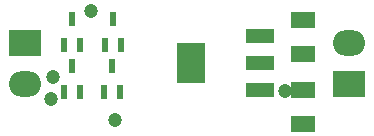
<source format=gbs>
G04 DipTrace 2.4.0.2*
%INLaserPower_v_1.0.GBS*%
%MOMM*%
%ADD31C,1.2*%
%ADD39R,2.4X1.2*%
%ADD41R,2.4X3.5*%
%ADD43R,2.0X1.4*%
%ADD45O,2.7X2.2*%
%ADD47R,2.7X2.2*%
%ADD51R,0.5X1.3*%
%FSLAX53Y53*%
G04*
G71*
G90*
G75*
G01*
%LNBotMask*%
%LPD*%
D31*
X25800Y7700D3*
X9411Y14500D3*
X11450Y5250D3*
X6200Y8900D3*
X6000Y7000D3*
D51*
X8450Y11550D3*
X7110D3*
X7780Y13750D3*
X8450Y7600D3*
X7110D3*
X7780Y9800D3*
X11900Y11550D3*
X10560D3*
X11230Y13750D3*
X11850Y7600D3*
X10510D3*
X11180Y9800D3*
D47*
X3800Y11750D3*
D45*
Y8250D3*
D43*
X27350Y7750D3*
Y4850D3*
D41*
X17850Y10050D3*
D39*
X23750Y12350D3*
Y10050D3*
Y7750D3*
D43*
X27350Y10800D3*
Y13700D3*
D47*
X31250Y8250D3*
D45*
Y11750D3*
M02*

</source>
